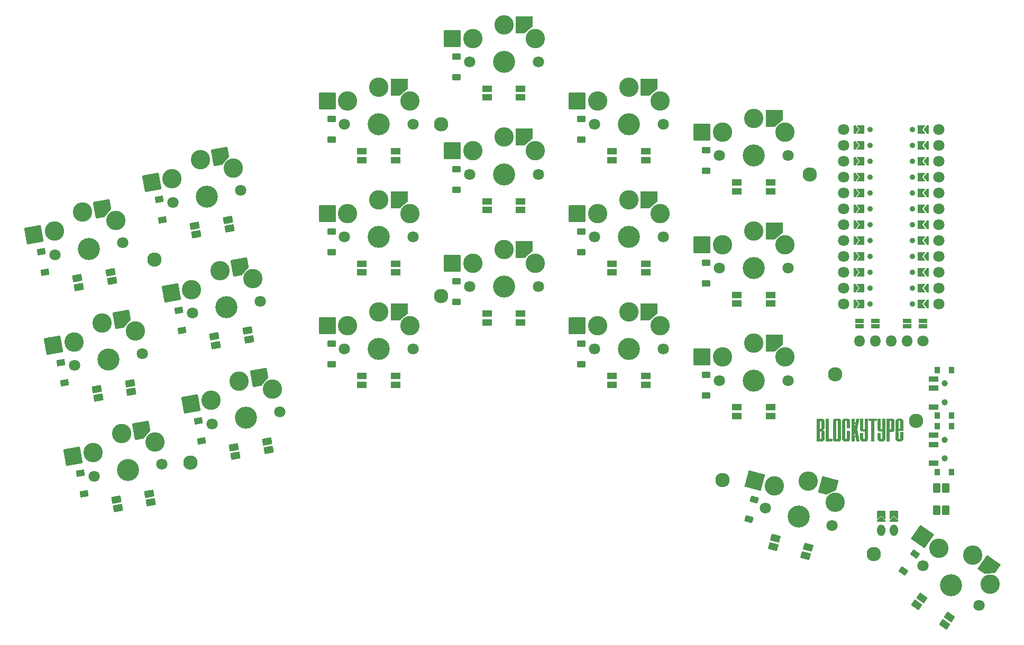
<source format=gts>
%TF.GenerationSoftware,KiCad,Pcbnew,8.0.5*%
%TF.CreationDate,2024-10-13T17:07:22+02:00*%
%TF.ProjectId,BlockyTypeV0.2.3-rounded,426c6f63-6b79-4547-9970-6556302e322e,v1.0.0*%
%TF.SameCoordinates,Original*%
%TF.FileFunction,Soldermask,Top*%
%TF.FilePolarity,Negative*%
%FSLAX46Y46*%
G04 Gerber Fmt 4.6, Leading zero omitted, Abs format (unit mm)*
G04 Created by KiCad (PCBNEW 8.0.5) date 2024-10-13 17:07:22*
%MOMM*%
%LPD*%
G01*
G04 APERTURE LIST*
G04 Aperture macros list*
%AMRoundRect*
0 Rectangle with rounded corners*
0 $1 Rounding radius*
0 $2 $3 $4 $5 $6 $7 $8 $9 X,Y pos of 4 corners*
0 Add a 4 corners polygon primitive as box body*
4,1,4,$2,$3,$4,$5,$6,$7,$8,$9,$2,$3,0*
0 Add four circle primitives for the rounded corners*
1,1,$1+$1,$2,$3*
1,1,$1+$1,$4,$5*
1,1,$1+$1,$6,$7*
1,1,$1+$1,$8,$9*
0 Add four rect primitives between the rounded corners*
20,1,$1+$1,$2,$3,$4,$5,0*
20,1,$1+$1,$4,$5,$6,$7,0*
20,1,$1+$1,$6,$7,$8,$9,0*
20,1,$1+$1,$8,$9,$2,$3,0*%
%AMFreePoly0*
4,1,15,1.335355,1.335355,1.350000,1.300000,1.350000,-0.250000,1.335355,-0.285355,1.332160,-0.288285,0.082160,-1.338285,0.050000,-1.350000,-1.300000,-1.350000,-1.335355,-1.335355,-1.350000,-1.300000,-1.350000,1.300000,-1.335355,1.335355,-1.300000,1.350000,1.300000,1.350000,1.335355,1.335355,1.335355,1.335355,$1*%
%AMFreePoly1*
4,1,16,0.635355,0.285355,0.650000,0.250000,0.650000,-1.000000,0.635355,-1.035355,0.600000,-1.050000,0.564645,-1.035355,0.000000,-0.470710,-0.564645,-1.035355,-0.600000,-1.050000,-0.635355,-1.035355,-0.650000,-1.000000,-0.650000,0.250000,-0.635355,0.285355,-0.600000,0.300000,0.600000,0.300000,0.635355,0.285355,0.635355,0.285355,$1*%
%AMFreePoly2*
4,1,14,0.035355,0.435355,0.635355,-0.164645,0.650000,-0.200000,0.650000,-0.400000,0.635355,-0.435355,0.600000,-0.450000,-0.600000,-0.450000,-0.635355,-0.435355,-0.650000,-0.400000,-0.650000,-0.200000,-0.635355,-0.164645,-0.035355,0.435355,0.000000,0.450000,0.035355,0.435355,0.035355,0.435355,$1*%
%AMFreePoly3*
4,1,16,-0.214645,0.660355,-0.210957,0.656235,0.289043,0.031235,0.299694,-0.005522,0.289043,-0.031235,-0.210957,-0.656235,-0.244478,-0.674694,-0.250000,-0.675000,-0.500000,-0.675000,-0.535355,-0.660355,-0.550000,-0.625000,-0.550000,0.625000,-0.535355,0.660355,-0.500000,0.675000,-0.250000,0.675000,-0.214645,0.660355,-0.214645,0.660355,$1*%
%AMFreePoly4*
4,1,16,0.535355,0.660355,0.550000,0.625000,0.550000,-0.625000,0.535355,-0.660355,0.500000,-0.675000,-0.650000,-0.675000,-0.685355,-0.660355,-0.700000,-0.625000,-0.689043,-0.593765,-0.214031,0.000000,-0.689043,0.593765,-0.699694,0.630522,-0.681235,0.664043,-0.650000,0.675000,0.500000,0.675000,0.535355,0.660355,0.535355,0.660355,$1*%
G04 Aperture macros list end*
%ADD10C,0.150000*%
%ADD11RoundRect,0.050000X0.669026X-0.338975X0.512743X0.547352X-0.669026X0.338975X-0.512743X-0.547352X0*%
%ADD12RoundRect,0.050000X0.600000X-0.450000X0.600000X0.450000X-0.600000X0.450000X-0.600000X-0.450000X0*%
%ADD13O,1.800000X1.800000*%
%ADD14C,1.800000*%
%ADD15RoundRect,0.050000X0.600000X-0.300000X0.600000X0.300000X-0.600000X0.300000X-0.600000X-0.300000X0*%
%ADD16C,1.801800*%
%ADD17C,3.100000*%
%ADD18C,3.529000*%
%ADD19FreePoly0,0.000000*%
%ADD20RoundRect,0.050000X-1.300000X-1.300000X1.300000X-1.300000X1.300000X1.300000X-1.300000X1.300000X0*%
%ADD21C,2.300000*%
%ADD22FreePoly1,0.000000*%
%ADD23O,1.300000X1.850000*%
%ADD24FreePoly2,0.000000*%
%ADD25RoundRect,0.050000X0.400000X-0.500000X0.400000X0.500000X-0.400000X0.500000X-0.400000X-0.500000X0*%
%ADD26C,1.000000*%
%ADD27RoundRect,0.050000X0.750000X-0.350000X0.750000X0.350000X-0.750000X0.350000X-0.750000X-0.350000X0*%
%ADD28FreePoly0,345.000000*%
%ADD29RoundRect,0.050000X-1.592168X-0.919239X0.919239X-1.592168X1.592168X0.919239X-0.919239X1.592168X0*%
%ADD30FreePoly0,10.000000*%
%ADD31RoundRect,0.050000X-1.054507X-1.505993X1.505993X-1.054507X1.054507X1.505993X-1.505993X1.054507X0*%
%ADD32RoundRect,0.050000X0.233382X-0.712764X0.749601X0.024473X-0.233382X0.712764X-0.749601X-0.024473X0*%
%ADD33FreePoly0,325.000000*%
%ADD34RoundRect,0.050000X-1.810547X-0.319248X0.319248X-1.810547X1.810547X0.319248X-0.319248X1.810547X0*%
%ADD35FreePoly3,180.000000*%
%ADD36FreePoly3,0.000000*%
%ADD37C,0.900000*%
%ADD38FreePoly4,180.000000*%
%ADD39FreePoly4,0.000000*%
%ADD40RoundRect,0.050000X0.525000X-0.700000X0.525000X0.700000X-0.525000X0.700000X-0.525000X-0.700000X0*%
%ADD41RoundRect,0.050000X0.463087X-0.589958X0.696024X0.279375X-0.463087X0.589958X-0.696024X-0.279375X0*%
%ADD42RoundRect,0.050000X-0.602541X-0.613958X0.776190X-0.370850X0.602541X0.613958X-0.776190X0.370850X0*%
%ADD43RoundRect,0.050000X-0.700000X-0.500000X0.700000X-0.500000X0.700000X0.500000X-0.700000X0.500000X0*%
%ADD44RoundRect,0.050000X-0.805558X-0.301790X0.546739X-0.664136X0.805558X0.301790X-0.546739X0.664136X0*%
%ADD45RoundRect,0.050000X-0.860195X-0.008073X0.286618X-0.811080X0.860195X0.008073X-0.286618X0.811080X0*%
G04 APERTURE END LIST*
D10*
G36*
X101786910Y20590129D02*
G01*
X101786910Y19439013D01*
X101556931Y19121008D01*
X101799269Y18802271D01*
X101799269Y17641629D01*
X101561229Y17314833D01*
X100557489Y17314833D01*
X100557489Y17695851D01*
X101056673Y17695851D01*
X101299548Y17695851D01*
X101299548Y18909250D01*
X101056673Y18909250D01*
X101056673Y17695851D01*
X100557489Y17695851D01*
X100557489Y19284407D01*
X101056673Y19284407D01*
X101299548Y19284407D01*
X101299548Y20540304D01*
X101056673Y20540304D01*
X101056673Y19284407D01*
X100557489Y19284407D01*
X100557489Y20925719D01*
X101549408Y20925719D01*
X101786910Y20590129D01*
G37*
G36*
X103076512Y17689990D02*
G01*
X102509624Y17689990D01*
X102509624Y20925719D01*
X102010441Y20925719D01*
X102010441Y17306772D01*
X103076512Y17306772D01*
X103076512Y17689990D01*
G37*
G36*
X104430057Y20628964D02*
G01*
X104430057Y17561029D01*
X104250587Y17314833D01*
X103367747Y17314833D01*
X103188278Y17561029D01*
X103188278Y17699515D01*
X103687461Y17699515D01*
X103930336Y17699515D01*
X103930336Y20550562D01*
X103687461Y20550562D01*
X103687461Y17699515D01*
X103188278Y17699515D01*
X103188278Y20628964D01*
X103366673Y20925719D01*
X104251662Y20925719D01*
X104430057Y20628964D01*
G37*
G36*
X105886233Y18956144D02*
G01*
X105386512Y18956144D01*
X105386512Y17689990D01*
X105143637Y17689990D01*
X105143637Y20550562D01*
X105386512Y20550562D01*
X105386512Y19425091D01*
X105886233Y19425091D01*
X105886233Y20630429D01*
X105685270Y20925719D01*
X104841655Y20925719D01*
X104641229Y20630429D01*
X104641229Y17583011D01*
X104842192Y17314833D01*
X105684733Y17314833D01*
X105886233Y17583011D01*
X105886233Y18956144D01*
G37*
G36*
X107039890Y19189152D02*
G01*
X107411725Y20925719D01*
X106882451Y20925719D01*
X106578319Y19236047D01*
X106595514Y20925719D01*
X106096331Y20925719D01*
X106096331Y17314833D01*
X106595514Y17314833D01*
X106578319Y19113681D01*
X106882451Y17314833D01*
X107411188Y17314833D01*
X107039890Y19189152D01*
G37*
G36*
X108756673Y20925719D02*
G01*
X108256952Y20925719D01*
X108256952Y19237512D01*
X108014077Y19237512D01*
X108014077Y20925719D01*
X107514893Y20925719D01*
X107514893Y19082174D01*
X107707259Y18862355D01*
X108256952Y18862355D01*
X108256952Y17689990D01*
X108014077Y17689990D01*
X108014077Y18674777D01*
X107514893Y18674777D01*
X107514893Y17591071D01*
X107719080Y17314833D01*
X108546038Y17314833D01*
X108756673Y17590338D01*
X108756673Y20925719D01*
G37*
G36*
X110184907Y20925719D02*
G01*
X108872199Y20925719D01*
X108872199Y20550562D01*
X109282185Y20550562D01*
X109282185Y17314833D01*
X109781369Y17314833D01*
X109781369Y20550562D01*
X110184907Y20550562D01*
X110184907Y20925719D01*
G37*
G36*
X111542213Y20925719D02*
G01*
X111042493Y20925719D01*
X111042493Y19237512D01*
X110799617Y19237512D01*
X110799617Y20925719D01*
X110300434Y20925719D01*
X110300434Y19082174D01*
X110492800Y18862355D01*
X111042493Y18862355D01*
X111042493Y17689990D01*
X110799617Y17689990D01*
X110799617Y18674777D01*
X110300434Y18674777D01*
X110300434Y17591071D01*
X110504621Y17314833D01*
X111331578Y17314833D01*
X111542213Y17590338D01*
X111542213Y20925719D01*
G37*
G36*
X112995165Y20657540D02*
G01*
X112995165Y19090966D01*
X112790978Y18815461D01*
X112252569Y18815461D01*
X112252569Y17314833D01*
X111753386Y17314833D01*
X111753386Y19205272D01*
X112252569Y19205272D01*
X112495444Y19205272D01*
X112495444Y20550562D01*
X112252569Y20550562D01*
X112252569Y19205272D01*
X111753386Y19205272D01*
X111753386Y20925719D01*
X112790978Y20925719D01*
X112995165Y20657540D01*
G37*
G36*
X114413728Y20630429D02*
G01*
X114413728Y18956144D01*
X113671132Y18956144D01*
X113671132Y17689990D01*
X113914007Y17689990D01*
X113914007Y18815461D01*
X114413728Y18815461D01*
X114413728Y17591071D01*
X114206317Y17314833D01*
X113388494Y17314833D01*
X113171948Y17590338D01*
X113171948Y19347421D01*
X113671132Y19347421D01*
X113914007Y19347421D01*
X113914007Y20550562D01*
X113671132Y20550562D01*
X113671132Y19347421D01*
X113171948Y19347421D01*
X113171948Y20630429D01*
X113388494Y20925719D01*
X114206854Y20925719D01*
X114413728Y20630429D01*
G37*
D11*
%TO.C,D4*%
X2095807Y17337552D03*
X1522771Y20587418D03*
%TD*%
D12*
%TO.C,D15*%
X62868129Y65609835D03*
X62868133Y68909835D03*
%TD*%
D13*
%TO.C,DISP1*%
X107388133Y33359830D03*
X109928133Y33359830D03*
X112468141Y33359828D03*
X115008133Y33359830D03*
D14*
X117548136Y33359834D03*
D15*
X107388132Y35709829D03*
X109928133Y35709830D03*
X115008130Y35709829D03*
X117548133Y35709830D03*
X107388133Y36609830D03*
X109928133Y36609830D03*
X115008133Y36609830D03*
X117548133Y36609830D03*
%TD*%
D16*
%TO.C,S16*%
X84968128Y27059830D03*
D17*
X85468125Y30809830D03*
X90468128Y33009832D03*
D18*
X90468128Y27059830D03*
D17*
X95468127Y30809831D03*
D16*
X95968128Y27059830D03*
D19*
X93743128Y33009830D03*
D20*
X82193128Y30809830D03*
%TD*%
D21*
%TO.C,MH7*%
X109694740Y-775521D03*
%TD*%
%TO.C,MH2*%
X261897Y13917137D03*
%TD*%
D12*
%TO.C,D13*%
X62868131Y29609829D03*
X62868135Y32909829D03*
%TD*%
%TO.C,D10*%
X42868137Y39609834D03*
X42868141Y42909834D03*
%TD*%
%TO.C,D18*%
X82868134Y60609838D03*
X82868138Y63909838D03*
%TD*%
D16*
%TO.C,S7*%
X24968136Y32059845D03*
D17*
X25468133Y35809845D03*
X30468136Y38009847D03*
D18*
X30468136Y32059845D03*
D17*
X35468135Y35809846D03*
D16*
X35968136Y32059845D03*
D19*
X33743136Y38009845D03*
D20*
X22193136Y35809845D03*
%TD*%
D16*
%TO.C,S18*%
X84968133Y63059834D03*
D17*
X85468130Y66809834D03*
X90468133Y69009836D03*
D18*
X90468133Y63059834D03*
D17*
X95468132Y66809835D03*
D16*
X95968133Y63059834D03*
D19*
X93743133Y69009834D03*
D20*
X82193133Y66809834D03*
%TD*%
D11*
%TO.C,D2*%
X-19857772Y26667089D03*
X-20430808Y29916955D03*
%TD*%
D12*
%TO.C,D17*%
X82868127Y42609831D03*
X82868131Y45909831D03*
%TD*%
D21*
%TO.C,MH6*%
X85468130Y11059839D03*
%TD*%
D12*
%TO.C,D16*%
X82868126Y24609845D03*
X82868130Y27909845D03*
%TD*%
D16*
%TO.C,S15*%
X64968136Y68059843D03*
D17*
X65468133Y71809843D03*
X70468136Y74009845D03*
D18*
X70468136Y68059843D03*
D17*
X75468135Y71809844D03*
D16*
X75968136Y68059843D03*
D19*
X73743136Y74009843D03*
D20*
X62193136Y71809843D03*
%TD*%
D11*
%TO.C,D5*%
X-1029856Y35064098D03*
X-1602892Y38313964D03*
%TD*%
D22*
%TO.C,JST1*%
X112868137Y5875843D03*
X110868137Y5875843D03*
D23*
X112868136Y3059839D03*
X110868138Y3059847D03*
D24*
X112868136Y4859841D03*
X110868137Y4859843D03*
%TD*%
D25*
%TO.C,SW3*%
X119883131Y28709832D03*
X119883131Y21409830D03*
D26*
X120993131Y26559830D03*
X120993131Y23559830D03*
D25*
X122093128Y21409831D03*
X122093131Y28709830D03*
D27*
X119233131Y22809830D03*
X119233131Y25809830D03*
X119233128Y27309826D03*
%TD*%
D16*
%TO.C,S14*%
X64968131Y50059836D03*
D17*
X65468128Y53809836D03*
X70468131Y56009838D03*
D18*
X70468131Y50059836D03*
D17*
X75468130Y53809837D03*
D16*
X75968131Y50059836D03*
D19*
X73743131Y56009836D03*
D20*
X62193131Y53809836D03*
%TD*%
D11*
%TO.C,D1*%
X-16732108Y8940543D03*
X-17305144Y12190409D03*
%TD*%
D16*
%TO.C,S19*%
X92355691Y6641861D03*
D17*
X93809222Y10134673D03*
X99208256Y10965615D03*
D18*
X97668283Y5218356D03*
D17*
X103468487Y7546481D03*
D16*
X102980875Y3794851D03*
D28*
X102371663Y10117982D03*
D29*
X90645818Y10982305D03*
%TD*%
D11*
%TO.C,D6*%
X-4155531Y52790630D03*
X-4728567Y56040496D03*
%TD*%
D12*
%TO.C,D12*%
X42868135Y75609838D03*
X42868139Y78909838D03*
%TD*%
D21*
%TO.C,MH8*%
X103468132Y28059839D03*
%TD*%
D16*
%TO.C,S11*%
X44968124Y60059836D03*
D17*
X45468121Y63809836D03*
X50468124Y66009838D03*
D18*
X50468124Y60059836D03*
D17*
X55468123Y63809837D03*
D16*
X55968124Y60059836D03*
D19*
X53743124Y66009836D03*
D20*
X42193124Y63809836D03*
%TD*%
D21*
%TO.C,MH3*%
X40468135Y68059834D03*
%TD*%
D16*
%TO.C,S12*%
X44968137Y78059839D03*
D17*
X45468134Y81809839D03*
X50468137Y84009841D03*
D18*
X50468137Y78059839D03*
D17*
X55468136Y81809840D03*
D16*
X55968137Y78059839D03*
D19*
X53743137Y84009839D03*
D20*
X42193137Y81809839D03*
%TD*%
D21*
%TO.C,MH5*%
X99468134Y60059834D03*
%TD*%
D16*
%TO.C,S6*%
X-2512871Y55568064D03*
D17*
X-2671651Y59347916D03*
X1870365Y62382737D03*
D18*
X2903572Y56523129D03*
D17*
X7176429Y61084400D03*
D16*
X8320015Y57478194D03*
D30*
X5095611Y62951433D03*
D31*
X-5896893Y58779219D03*
%TD*%
D16*
%TO.C,S2*%
X-18215110Y29444527D03*
D17*
X-18373890Y33224379D03*
X-13831874Y36259200D03*
D18*
X-12798667Y30399592D03*
D17*
X-8525810Y34960863D03*
D16*
X-7382224Y31354657D03*
D30*
X-10606628Y36827896D03*
D31*
X-21599132Y32655682D03*
%TD*%
D32*
%TO.C,D20*%
X114433637Y-3422306D03*
X116326439Y-719108D03*
%TD*%
D16*
%TO.C,S5*%
X612798Y37841522D03*
D17*
X454018Y41621374D03*
X4996034Y44656195D03*
D18*
X6029241Y38796587D03*
D17*
X10302098Y43357858D03*
D16*
X11445684Y39751652D03*
D30*
X8221280Y45224891D03*
D31*
X-2771224Y41052677D03*
%TD*%
D12*
%TO.C,D14*%
X62868128Y47609836D03*
X62868132Y50909836D03*
%TD*%
D16*
%TO.C,S20*%
X117559117Y-2619891D03*
D17*
X120119604Y165142D03*
X125477232Y-900604D03*
D18*
X122064453Y-5774561D03*
D17*
X128311125Y-5570623D03*
D16*
X126569789Y-8929231D03*
D33*
X128159954Y-2779069D03*
D34*
X117436881Y2043604D03*
%TD*%
D25*
%TO.C,SW1*%
X119883133Y19709848D03*
X119883133Y12409846D03*
D26*
X120993133Y17559846D03*
X120993133Y14559846D03*
D25*
X122093130Y12409847D03*
X122093133Y19709846D03*
D27*
X119233133Y13809846D03*
X119233133Y16809846D03*
X119233130Y18309842D03*
%TD*%
D21*
%TO.C,MH1*%
X-5468486Y46415785D03*
%TD*%
D16*
%TO.C,S9*%
X24968136Y68059841D03*
D17*
X25468133Y71809841D03*
X30468136Y74009843D03*
D18*
X30468136Y68059841D03*
D17*
X35468135Y71809842D03*
D16*
X35968136Y68059841D03*
D19*
X33743136Y74009841D03*
D20*
X22193136Y71809841D03*
%TD*%
D21*
%TO.C,MH9*%
X116468137Y20559846D03*
%TD*%
D11*
%TO.C,D3*%
X-22983445Y44393626D03*
X-23556481Y47643492D03*
%TD*%
D21*
%TO.C,MH4*%
X40468141Y40559839D03*
%TD*%
D12*
%TO.C,D8*%
X22868133Y47609828D03*
X22868137Y50909828D03*
%TD*%
D35*
%TO.C,MCU1*%
X117968129Y67259841D03*
D14*
X120088133Y67259842D03*
D35*
X117968136Y64719846D03*
D14*
X120088133Y64719842D03*
D35*
X117968133Y62179842D03*
D14*
X120088131Y62179837D03*
D35*
X117968133Y59639842D03*
D14*
X120088133Y59639842D03*
D35*
X117968135Y57099842D03*
D14*
X120088133Y57099842D03*
D35*
X117968133Y54559842D03*
D14*
X120088133Y54559842D03*
D35*
X117968133Y52019842D03*
D14*
X120088128Y52019844D03*
D35*
X117968133Y49479842D03*
D14*
X120088133Y49479842D03*
D35*
X117968133Y46939842D03*
D14*
X120088128Y46939844D03*
D35*
X117968133Y44399842D03*
D14*
X120088133Y44399843D03*
D35*
X117968133Y41859842D03*
D14*
X120088130Y41859840D03*
D35*
X117968131Y39319842D03*
D14*
X120088133Y39319842D03*
X104848133Y39319842D03*
D36*
X106968133Y39319842D03*
D14*
X104848133Y41859842D03*
D36*
X106968137Y41859843D03*
D14*
X104848133Y44399842D03*
D36*
X106968130Y44399838D03*
D14*
X104848135Y46939847D03*
D36*
X106968133Y46939842D03*
D14*
X104848133Y49479842D03*
D36*
X106968133Y49479842D03*
D14*
X104848133Y52019842D03*
D36*
X106968131Y52019842D03*
D14*
X104848133Y54559842D03*
D36*
X106968133Y54559842D03*
D14*
X104848138Y57099840D03*
D36*
X106968133Y57099842D03*
D14*
X104848133Y59639842D03*
D36*
X106968133Y59639842D03*
D14*
X104848138Y62179840D03*
D36*
X106968133Y62179842D03*
D14*
X104848133Y64719841D03*
D36*
X106968133Y64719842D03*
D14*
X104848136Y67259844D03*
D36*
X106968133Y67259842D03*
D37*
X115868133Y67259842D03*
D38*
X117243133Y67259842D03*
D37*
X115868134Y64719842D03*
D38*
X117243133Y64719842D03*
D37*
X115868133Y62179842D03*
D38*
X117243133Y62179842D03*
D37*
X115868133Y59639842D03*
D38*
X117243136Y59639842D03*
D37*
X115868129Y57099844D03*
D38*
X117243133Y57099842D03*
D37*
X115868138Y54559841D03*
D38*
X117243133Y54559842D03*
D37*
X115868133Y52019842D03*
D38*
X117243133Y52019842D03*
D37*
X115868132Y49479844D03*
D38*
X117243136Y49479842D03*
D37*
X115868133Y46939842D03*
D38*
X117243133Y46939842D03*
D37*
X115868126Y44399843D03*
D38*
X117243133Y44399842D03*
D37*
X115868134Y41859845D03*
D38*
X117243133Y41859842D03*
D37*
X115868131Y39319842D03*
D38*
X117243133Y39319842D03*
D39*
X107693134Y39319841D03*
D37*
X109068135Y39319842D03*
D39*
X107693133Y41859842D03*
D37*
X109068133Y41859842D03*
D39*
X107693133Y44399842D03*
D37*
X109068132Y44399842D03*
D39*
X107693133Y46939842D03*
D37*
X109068133Y46939842D03*
D39*
X107693130Y49479842D03*
D37*
X109068133Y49479842D03*
D39*
X107693133Y52019842D03*
D37*
X109068137Y52019840D03*
D39*
X107693133Y54559842D03*
D37*
X109068128Y54559843D03*
D39*
X107693133Y57099842D03*
D37*
X109068133Y57099842D03*
D39*
X107693130Y59639842D03*
D37*
X109068134Y59639840D03*
D39*
X107693133Y62179842D03*
D37*
X109068133Y62179842D03*
D39*
X107693133Y64719842D03*
D37*
X109068140Y64719841D03*
D39*
X107693133Y67259842D03*
D37*
X109068132Y67259839D03*
%TD*%
D16*
%TO.C,S1*%
X-15089441Y11717989D03*
D17*
X-15248221Y15497841D03*
X-10706205Y18532662D03*
D18*
X-9672998Y12673054D03*
D17*
X-5400141Y17234325D03*
D16*
X-4256555Y13628119D03*
D30*
X-7480959Y19101358D03*
D31*
X-18473463Y14929144D03*
%TD*%
D16*
%TO.C,S3*%
X-21340783Y47171072D03*
D17*
X-21499563Y50950924D03*
X-16957547Y53985745D03*
D18*
X-15924340Y48126137D03*
D17*
X-11651483Y52687408D03*
D16*
X-10507897Y49081202D03*
D30*
X-13732301Y54554441D03*
D31*
X-24724805Y50382227D03*
%TD*%
D12*
%TO.C,D11*%
X42868128Y57609829D03*
X42868132Y60909829D03*
%TD*%
D16*
%TO.C,S8*%
X24968128Y50059836D03*
D17*
X25468125Y53809836D03*
X30468128Y56009838D03*
D18*
X30468128Y50059836D03*
D17*
X35468127Y53809837D03*
D16*
X35968128Y50059836D03*
D19*
X33743128Y56009836D03*
D20*
X22193128Y53809836D03*
%TD*%
D40*
%TO.C,SW2*%
X119748131Y9859828D03*
X119748131Y6259828D03*
X121188135Y9859828D03*
X121188135Y6259828D03*
%TD*%
D16*
%TO.C,S10*%
X44968136Y42059854D03*
D17*
X45468133Y45809854D03*
X50468136Y48009856D03*
D18*
X50468136Y42059854D03*
D17*
X55468135Y45809855D03*
D16*
X55968136Y42059854D03*
D19*
X53743136Y48009854D03*
D20*
X42193136Y45809854D03*
%TD*%
D41*
%TO.C,D19*%
X89693145Y4818858D03*
X90547245Y8006414D03*
%TD*%
D16*
%TO.C,S13*%
X64968136Y32059839D03*
D17*
X65468133Y35809839D03*
X70468136Y38009841D03*
D18*
X70468136Y32059839D03*
D17*
X75468135Y35809840D03*
D16*
X75968136Y32059839D03*
D19*
X73743136Y38009839D03*
D20*
X62193136Y35809839D03*
%TD*%
D16*
%TO.C,S17*%
X84968138Y45059833D03*
D17*
X85468135Y48809833D03*
X90468138Y51009835D03*
D18*
X90468138Y45059833D03*
D17*
X95468137Y48809834D03*
D16*
X95968138Y45059833D03*
D19*
X93743138Y51009833D03*
D20*
X82193138Y48809833D03*
%TD*%
D16*
%TO.C,S4*%
X3738457Y20114992D03*
D17*
X3579677Y23894844D03*
X8121693Y26929665D03*
D18*
X9154900Y21070057D03*
D17*
X13427757Y25631328D03*
D16*
X14571343Y22025122D03*
D30*
X11346939Y27498361D03*
D31*
X354435Y23326147D03*
%TD*%
D12*
%TO.C,D9*%
X22868122Y65609842D03*
X22868126Y68909842D03*
%TD*%
%TO.C,D7*%
X22868124Y29609834D03*
X22868128Y32909834D03*
%TD*%
D42*
%TO.C,LED1*%
X-6267333Y8907224D03*
X-6024225Y7528493D03*
X-11342187Y6590792D03*
X-11585295Y7969523D03*
%TD*%
%TO.C,LED3*%
X-12518675Y44360308D03*
X-12275567Y42981577D03*
X-17593529Y42043876D03*
X-17836637Y43422607D03*
%TD*%
D43*
%TO.C,LED8*%
X33168138Y45759829D03*
X33168138Y44359829D03*
X27768138Y44359829D03*
X27768138Y45759829D03*
%TD*%
%TO.C,LED14*%
X73168137Y45759834D03*
X73168137Y44359834D03*
X67768137Y44359834D03*
X67768137Y45759834D03*
%TD*%
%TO.C,LED16*%
X93168127Y22759842D03*
X93168127Y21359842D03*
X87768127Y21359842D03*
X87768127Y22759842D03*
%TD*%
%TO.C,LED12*%
X53168127Y73759844D03*
X53168127Y72359844D03*
X47768127Y72359844D03*
X47768127Y73759844D03*
%TD*%
%TO.C,LED15*%
X73168137Y63759838D03*
X73168137Y62359838D03*
X67768137Y62359838D03*
X67768137Y63759838D03*
%TD*%
D44*
%TO.C,LED19*%
X99163364Y366060D03*
X98801017Y-986237D03*
X93585018Y411386D03*
X93947365Y1763683D03*
%TD*%
D43*
%TO.C,LED10*%
X53168132Y37759837D03*
X53168132Y36359837D03*
X47768132Y36359837D03*
X47768132Y37759837D03*
%TD*%
%TO.C,LED9*%
X33168136Y63759840D03*
X33168136Y62359840D03*
X27768136Y62359840D03*
X27768136Y63759840D03*
%TD*%
D45*
%TO.C,LED20*%
X121809783Y-10845571D03*
X121006776Y-11992384D03*
X116583355Y-8895071D03*
X117386362Y-7748258D03*
%TD*%
D42*
%TO.C,LED5*%
X9434913Y35030770D03*
X9678021Y33652039D03*
X4360059Y32714338D03*
X4116951Y34093069D03*
%TD*%
%TO.C,LED6*%
X6309256Y52757318D03*
X6552364Y51378587D03*
X1234402Y50440886D03*
X991294Y51819617D03*
%TD*%
D43*
%TO.C,LED7*%
X33168149Y27759831D03*
X33168149Y26359831D03*
X27768149Y26359831D03*
X27768149Y27759831D03*
%TD*%
%TO.C,LED11*%
X53168138Y55759832D03*
X53168138Y54359832D03*
X47768138Y54359832D03*
X47768138Y55759832D03*
%TD*%
D42*
%TO.C,LED2*%
X-9393011Y26633784D03*
X-9149903Y25255053D03*
X-14467865Y24317352D03*
X-14710973Y25696083D03*
%TD*%
D43*
%TO.C,LED13*%
X73168130Y27759834D03*
X73168130Y26359834D03*
X67768130Y26359834D03*
X67768130Y27759834D03*
%TD*%
%TO.C,LED17*%
X93168143Y40759840D03*
X93168143Y39359840D03*
X87768143Y39359840D03*
X87768143Y40759840D03*
%TD*%
D42*
%TO.C,LED4*%
X12560573Y17304232D03*
X12803681Y15925501D03*
X7485719Y14987800D03*
X7242611Y16366531D03*
%TD*%
D43*
%TO.C,LED18*%
X93168139Y58759837D03*
X93168139Y57359837D03*
X87768139Y57359837D03*
X87768139Y58759837D03*
%TD*%
M02*

</source>
